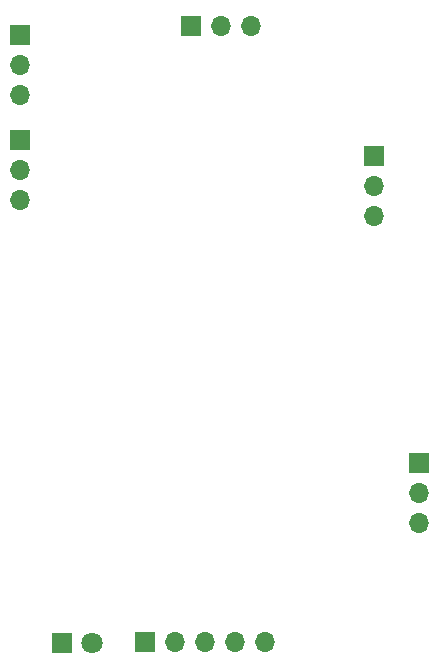
<source format=gbr>
%TF.GenerationSoftware,KiCad,Pcbnew,(6.0.2)*%
%TF.CreationDate,2022-08-13T11:44:49+02:00*%
%TF.ProjectId,HM2,484d322e-6b69-4636-9164-5f7063625858,rev?*%
%TF.SameCoordinates,Original*%
%TF.FileFunction,Soldermask,Bot*%
%TF.FilePolarity,Negative*%
%FSLAX46Y46*%
G04 Gerber Fmt 4.6, Leading zero omitted, Abs format (unit mm)*
G04 Created by KiCad (PCBNEW (6.0.2)) date 2022-08-13 11:44:49*
%MOMM*%
%LPD*%
G01*
G04 APERTURE LIST*
%ADD10R,1.700000X1.700000*%
%ADD11O,1.700000X1.700000*%
%ADD12R,1.800000X1.800000*%
%ADD13C,1.800000*%
G04 APERTURE END LIST*
D10*
%TO.C,RV5*%
X150600000Y-131360000D03*
D11*
X150600000Y-133900000D03*
X150600000Y-136440000D03*
%TD*%
D10*
%TO.C,RV4*%
X146800000Y-105375000D03*
D11*
X146800000Y-107915000D03*
X146800000Y-110455000D03*
%TD*%
D10*
%TO.C,RV2*%
X131375000Y-94300000D03*
D11*
X133915000Y-94300000D03*
X136455000Y-94300000D03*
%TD*%
D10*
%TO.C,J1*%
X127460000Y-146500000D03*
D11*
X130000000Y-146500000D03*
X132540000Y-146500000D03*
X135080000Y-146500000D03*
X137620000Y-146500000D03*
%TD*%
D10*
%TO.C,RV1*%
X116900000Y-95060000D03*
D11*
X116900000Y-97600000D03*
X116900000Y-100140000D03*
%TD*%
D10*
%TO.C,RV3*%
X116900000Y-103975000D03*
D11*
X116900000Y-106515000D03*
X116900000Y-109055000D03*
%TD*%
D12*
%TO.C,D2*%
X120425000Y-146600000D03*
D13*
X122965000Y-146600000D03*
%TD*%
M02*

</source>
